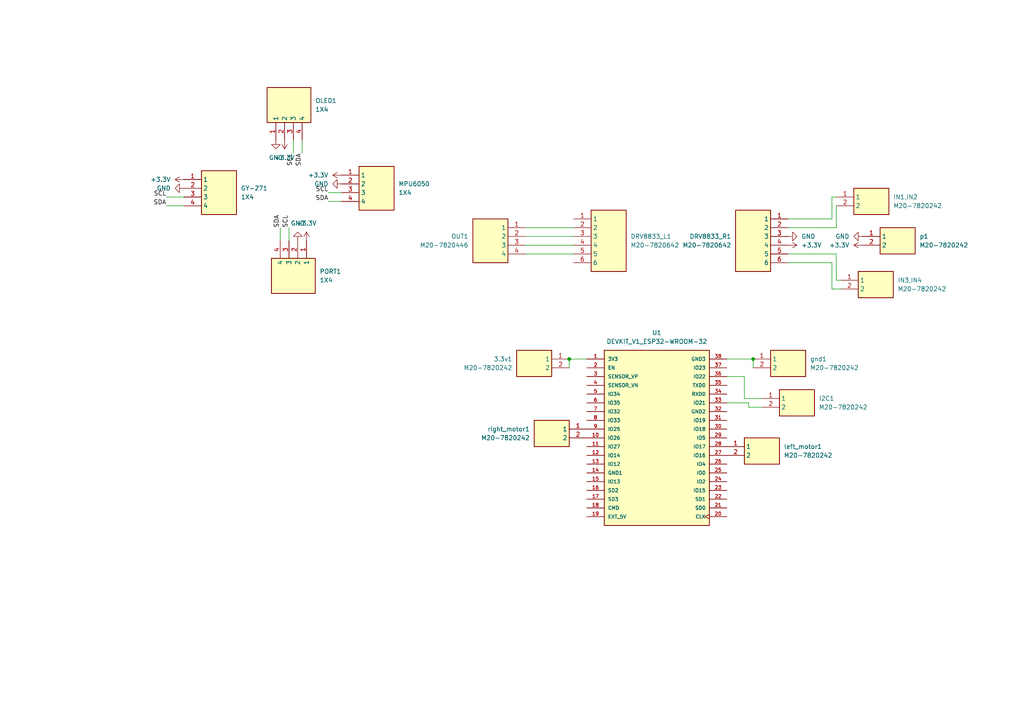
<source format=kicad_sch>
(kicad_sch (version 20231120) (generator "eeschema") (generator_version "8.0")
  (paper "A4")
  (lib_symbols
    (symbol "DEVKIT_V1_ESP32-WROOM-32:DEVKIT_V1_ESP32-WROOM-32" (pin_names (offset 1.016))
      (property "Reference" "U" (at -15.2572 26.0643 0))
      (property "Value" "DEVKIT_V1_ESP32-WROOM-32" (at -15.2563 -27.9698 0))
      (symbol "DEVKIT_V1_ESP32-WROOM-32_0_0"
        (rectangle (start -15.24 -25.4) (end 15.24 25.4) (stroke (width 0.254)) (fill (type background)))
        (pin power_in line (at -20.32 22.86 0) (length 5.08) (name "3V3") (number "1"))
        (pin bidirectional line (at -20.32 0 0) (length 5.08) (name "IO26") (number "10"))
        (pin bidirectional line (at -20.32 -2.54 0) (length 5.08) (name "IO27") (number "11"))
        (pin bidirectional line (at -20.32 -5.08 0) (length 5.08) (name "IO14") (number "12"))
        (pin bidirectional line (at -20.32 -7.62 0) (length 5.08) (name "IO12") (number "13"))
        (pin power_in line (at -20.32 -10.16 0) (length 5.08) (name "GND1") (number "14"))
        (pin bidirectional line (at -20.32 -12.7 0) (length 5.08) (name "IO13") (number "15"))
        (pin bidirectional line (at -20.32 -15.24 0) (length 5.08) (name "SD2") (number "16"))
        (pin bidirectional line (at -20.32 -17.78 0) (length 5.08) (name "SD3") (number "17"))
        (pin bidirectional line (at -20.32 -20.32 0) (length 5.08) (name "CMD") (number "18"))
        (pin power_in line (at -20.32 -22.86 0) (length 5.08) (name "EXT_5V") (number "19"))
        (pin input line (at -20.32 20.32 0) (length 5.08) (name "EN") (number "2"))
        (pin input clock (at 20.32 -22.86 180) (length 5.08) (name "CLK") (number "20"))
        (pin bidirectional line (at 20.32 -20.32 180) (length 5.08) (name "SD0") (number "21"))
        (pin bidirectional line (at 20.32 -17.78 180) (length 5.08) (name "SD1") (number "22"))
        (pin bidirectional line (at 20.32 -15.24 180) (length 5.08) (name "IO15") (number "23"))
        (pin bidirectional line (at 20.32 -12.7 180) (length 5.08) (name "IO2") (number "24"))
        (pin bidirectional line (at 20.32 -10.16 180) (length 5.08) (name "IO0") (number "25"))
        (pin bidirectional line (at 20.32 -7.62 180) (length 5.08) (name "IO4") (number "26"))
        (pin bidirectional line (at 20.32 -5.08 180) (length 5.08) (name "IO16") (number "27"))
        (pin bidirectional line (at 20.32 -2.54 180) (length 5.08) (name "IO17") (number "28"))
        (pin bidirectional line (at 20.32 0 180) (length 5.08) (name "IO5") (number "29"))
        (pin input line (at -20.32 17.78 0) (length 5.08) (name "SENSOR_VP") (number "3"))
        (pin bidirectional line (at 20.32 2.54 180) (length 5.08) (name "IO18") (number "30"))
        (pin bidirectional line (at 20.32 5.08 180) (length 5.08) (name "IO19") (number "31"))
        (pin power_in line (at 20.32 7.62 180) (length 5.08) (name "GND2") (number "32"))
        (pin bidirectional line (at 20.32 10.16 180) (length 5.08) (name "IO21") (number "33"))
        (pin input line (at 20.32 12.7 180) (length 5.08) (name "RXD0") (number "34"))
        (pin output line (at 20.32 15.24 180) (length 5.08) (name "TXD0") (number "35"))
        (pin bidirectional line (at 20.32 17.78 180) (length 5.08) (name "IO22") (number "36"))
        (pin bidirectional line (at 20.32 20.32 180) (length 5.08) (name "IO23") (number "37"))
        (pin power_in line (at 20.32 22.86 180) (length 5.08) (name "GND3") (number "38"))
        (pin input line (at -20.32 15.24 0) (length 5.08) (name "SENSOR_VN") (number "4"))
        (pin bidirectional line (at -20.32 12.7 0) (length 5.08) (name "IO34") (number "5"))
        (pin bidirectional line (at -20.32 10.16 0) (length 5.08) (name "IO35") (number "6"))
        (pin bidirectional line (at -20.32 7.62 0) (length 5.08) (name "IO32") (number "7"))
        (pin bidirectional line (at -20.32 5.08 0) (length 5.08) (name "IO33") (number "8"))
        (pin bidirectional line (at -20.32 2.54 0) (length 5.08) (name "IO25") (number "9"))
      )
    )
    (symbol "female_header_1x2:M20-7820242"
      (property "Reference" "J" (at 16.51 7.62 0))
      (property "Value" "M20-7820242" (at 16.51 5.08 0))
      (symbol "M20-7820242_1_1"
        (rectangle (start 5.08 2.54) (end 15.24 -5.08) (stroke (width 0.254)) (fill (type background)))
        (pin passive line (at 0 0 0) (length 5.08) (name "1") (number "1"))
        (pin passive line (at 0 -2.54 0) (length 5.08) (name "2") (number "2"))
      )
    )
    (symbol "female_header_1x4:M20-7820446"
      (property "Reference" "J" (at 16.51 7.62 0))
      (property "Value" "M20-7820446" (at 16.51 5.08 0))
      (symbol "M20-7820446_1_1"
        (rectangle (start 5.08 2.54) (end 15.24 -10.16) (stroke (width 0.254)) (fill (type background)))
        (pin passive line (at 0 0 0) (length 5.08) (name "1") (number "1"))
        (pin passive line (at 0 -2.54 0) (length 5.08) (name "2") (number "2"))
        (pin passive line (at 0 -5.08 0) (length 5.08) (name "3") (number "3"))
        (pin passive line (at 0 -7.62 0) (length 5.08) (name "4") (number "4"))
      )
    )
    (symbol "female_header_1x6:M20-7820642"
      (property "Reference" "J" (at 16.51 7.62 0))
      (property "Value" "M20-7820642" (at 16.51 5.08 0))
      (symbol "M20-7820642_1_1"
        (rectangle (start 5.08 2.54) (end 15.24 -15.24) (stroke (width 0.254)) (fill (type background)))
        (pin passive line (at 0 0 0) (length 5.08) (name "1") (number "1"))
        (pin passive line (at 0 -2.54 0) (length 5.08) (name "2") (number "2"))
        (pin passive line (at 0 -5.08 0) (length 5.08) (name "3") (number "3"))
        (pin passive line (at 0 -7.62 0) (length 5.08) (name "4") (number "4"))
        (pin passive line (at 0 -10.16 0) (length 5.08) (name "5") (number "5"))
        (pin passive line (at 0 -12.7 0) (length 5.08) (name "6") (number "6"))
      )
    )
    (symbol "power:+3.3V" (power) (pin_numbers hide) (pin_names (offset 0) hide)
      (property "Value" "+3.3V" (at 0 3.556 0))
      (symbol "+3.3V_0_1"
        (polyline (pts (xy -0.762 1.27) (xy 0 2.54)))
        (polyline (pts (xy 0 0) (xy 0 2.54)))
        (polyline (pts (xy 0 2.54) (xy 0.762 1.27)))
      )
      (symbol "+3.3V_1_1"
        (pin power_in line (at 0 0 90) (length 0) (name "~") (number "1"))
      )
    )
    (symbol "power:GND" (power) (pin_numbers hide) (pin_names (offset 0) hide)
      (property "Value" "GND" (at 0 -3.81 0))
      (symbol "GND_0_1"
        (polyline (pts (xy 0 0) (xy 0 -1.27) (xy 1.27 -1.27) (xy 0 -2.54) (xy -1.27 -1.27) (xy 0 -1.27)))
      )
      (symbol "GND_1_1"
        (pin power_in line (at 0 0 270) (length 0) (name "~") (number "1"))
      )
    )
  )
  (junction (at 218.44 104.14))
  (junction (at 165.1 104.14))
  (wire (pts (xy 241.3 83.82) (xy 243.84 83.82)))
  (wire (pts (xy 242.57 81.28) (xy 242.57 73.66)))
  (wire (pts (xy 48.26 57.15) (xy 53.34 57.15)))
  (wire (pts (xy 152.4 66.04) (xy 166.37 66.04)))
  (wire (pts (xy 210.82 109.22) (xy 215.9 109.22)))
  (wire (pts (xy 241.3 63.5) (xy 228.6 63.5)))
  (wire (pts (xy 242.57 59.69) (xy 242.57 66.04)))
  (wire (pts (xy 85.09 40.64) (xy 85.09 44.45)))
  (wire (pts (xy 217.17 116.84) (xy 210.82 116.84)))
  (wire (pts (xy 220.98 118.11) (xy 217.17 118.11)))
  (wire (pts (xy 242.57 66.04) (xy 228.6 66.04)))
  (wire (pts (xy 152.4 73.66) (xy 166.37 73.66)))
  (wire (pts (xy 242.57 73.66) (xy 228.6 73.66)))
  (wire (pts (xy 83.82 66.04) (xy 83.82 69.85)))
  (wire (pts (xy 241.3 57.15) (xy 242.57 57.15)))
  (wire (pts (xy 241.3 76.2) (xy 241.3 83.82)))
  (wire (pts (xy 210.82 104.14) (xy 218.44 104.14)))
  (wire (pts (xy 217.17 118.11) (xy 217.17 116.84)))
  (wire (pts (xy 152.4 68.58) (xy 166.37 68.58)))
  (wire (pts (xy 215.9 109.22) (xy 215.9 115.57)))
  (wire (pts (xy 242.57 81.28) (xy 243.84 81.28)))
  (wire (pts (xy 241.3 76.2) (xy 228.6 76.2)))
  (wire (pts (xy 95.25 58.42) (xy 99.06 58.42)))
  (wire (pts (xy 165.1 104.14) (xy 165.1 106.68)))
  (wire (pts (xy 87.63 40.64) (xy 87.63 44.45)))
  (wire (pts (xy 152.4 71.12) (xy 166.37 71.12)))
  (wire (pts (xy 95.25 55.88) (xy 99.06 55.88)))
  (wire (pts (xy 215.9 115.57) (xy 220.98 115.57)))
  (wire (pts (xy 48.26 59.69) (xy 53.34 59.69)))
  (wire (pts (xy 218.44 104.14) (xy 218.44 106.68)))
  (wire (pts (xy 81.28 66.04) (xy 81.28 69.85)))
  (wire (pts (xy 165.1 104.14) (xy 170.18 104.14)))
  (wire (pts (xy 241.3 57.15) (xy 241.3 63.5)))
  (label "SCL" (at 95.25 55.88 180))
  (label "SCL" (at 48.26 57.15 180))
  (label "SDA" (at 87.63 44.45 270))
  (label "SDA" (at 48.26 59.69 180))
  (label "SCL" (at 83.82 66.04 90))
  (label "SDA" (at 81.28 66.04 90))
  (label "SCL" (at 85.09 44.45 270))
  (label "SDA" (at 95.25 58.42 180))
  (symbol (lib_id "female_header_1x2:M20-7820242") (at 165.1 104.14 0) (mirror y) (unit 1)
    (property "Reference" "3.3v1" (at 148.59 104.1399 0) (effects (justify left)))
    (property "Value" "M20-7820242" (at 148.59 106.6799 0) (effects (justify left)))
    (property "Footprint" "female_header_1x2:female_header_1x2" (effects (hide yes)))
    (property "Datasheet" "https://cdn.harwin.com/pdfs/M20-782.pdf" (effects (hide yes)))
    (property "Description" "2.54mm (0.1\") Pitch SIL Vertical Throughboard Socket Assembly, selective gold + tin, 2 contacts" (effects (hide yes)))
    (property "Height" "8.65" (effects (hide yes)))
    (property "Manufacturer_Name" "Harwin" (effects (hide yes)))
    (property "Manufacturer_Part_Number" "M20-7820242" (effects (hide yes)))
    (property "Mouser Part Number" "855-M20-7820242" (effects (hide yes)))
    (property "Mouser Price/Stock" "https://www.mouser.co.uk/ProductDetail/Harwin/M20-7820242?qs=WS5Jv%252B%252Bx1qUrSLY%252BudG7mQ%3D%3D" (effects (hide yes)))
  )
  (symbol (lib_id "female_header_1x6:M20-7820642") (at 228.6 63.5 0) (mirror y) (unit 1)
    (property "Reference" "DRV8833_R1" (at 212.09 68.5799 0) (effects (justify left)))
    (property "Value" "M20-7820642" (at 212.09 71.1199 0) (effects (justify left)))
    (property "Footprint" "female_header_1x6:female_header_1x6" (effects (hide yes)))
    (property "Datasheet" "https://cdn.harwin.com/pdfs/M20-782.pdf" (effects (hide yes)))
    (property "Description" "HARWIN - M20-7820642 - Board-To-Board Connector, 2.54 mm, 6 Contacts, Receptacle, M20 Series, Through Hole, 1 Rows" (effects (hide yes)))
    (property "Height" "8.65" (effects (hide yes)))
    (property "Manufacturer_Name" "Harwin" (effects (hide yes)))
    (property "Manufacturer_Part_Number" "M20-7820642" (effects (hide yes)))
    (property "Mouser Part Number" "855-M20-7820642" (effects (hide yes)))
    (property "Mouser Price/Stock" "https://www.mouser.co.uk/ProductDetail/Harwin/M20-7820642?qs=WS5Jv%252B%252Bx1qVj9bOS6VTo9g%3D%3D" (effects (hide yes)))
  )
  (symbol (lib_id "power:+3.3V") (at 88.9 69.85 0) (unit 1)
    (property "Reference" "#PWR05" (effects (hide yes)))
    (property "Value" "+3.3V" (at 88.9 64.77 0))
    (property "Description" "Power symbol creates a global label with name \"+3.3V\"" (effects (hide yes)))
  )
  (symbol (lib_id "power:+3.3V") (at 82.55 40.64 180) (unit 1)
    (property "Reference" "#PWR07" (effects (hide yes)))
    (property "Value" "+3.3V" (at 82.55 45.72 0))
    (property "Description" "Power symbol creates a global label with name \"+3.3V\"" (effects (hide yes)))
  )
  (symbol (lib_id "power:GND") (at 53.34 54.61 270) (unit 1)
    (property "Reference" "#PWR02" (effects (hide yes)))
    (property "Value" "GND" (at 49.53 54.6099 90) (effects (justify right)))
    (property "Description" "Power symbol creates a global label with name \"GND\" , ground" (effects (hide yes)))
  )
  (symbol (lib_id "female_header_1x4:M20-7820446") (at 88.9 69.85 270) (unit 1)
    (property "Reference" "PORT1" (at 92.71 78.7399 90) (effects (justify left)))
    (property "Value" "1X4" (at 92.71 81.2799 90) (effects (justify left)))
    (property "Footprint" "female_header:RHDR4W70P0X254_1X4_1056X250X865P" (effects (hide yes)))
    (property "Datasheet" "https://cdn.harwin.com/pdfs/M20-782.pdf" (effects (hide yes)))
    (property "Description" "M20 Socket, Sil, Vertical, 4W,2.54Mm HARWIN 2.54mm 4 Way 1 Row Straight PCB Socket Through Hole Socket Strip" (effects (hide yes)))
    (property "Height" "8.65" (effects (hide yes)))
    (property "Mouser Part Number" "855-M20-7820446" (effects (hide yes)))
    (property "Mouser Price/Stock" "https://www.mouser.co.uk/ProductDetail/Harwin/M20-7820446?qs=vF78I%252BjhbY8%252Bno0H8mp9XA%3D%3D" (effects (hide yes)))
    (property "Manufacturer_Name" "Harwin" (effects (hide yes)))
    (property "Manufacturer_Part_Number" "M20-7820446" (effects (hide yes)))
  )
  (symbol (lib_id "female_header_1x2:M20-7820242") (at 220.98 115.57 0) (unit 1)
    (property "Reference" "I2C1" (at 237.49 115.5699 0) (effects (justify left)))
    (property "Value" "M20-7820242" (at 237.49 118.1099 0) (effects (justify left)))
    (property "Footprint" "female_header_1x2:female_header_1x2" (effects (hide yes)))
    (property "Datasheet" "https://cdn.harwin.com/pdfs/M20-782.pdf" (effects (hide yes)))
    (property "Description" "2.54mm (0.1\") Pitch SIL Vertical Throughboard Socket Assembly, selective gold + tin, 2 contacts" (effects (hide yes)))
    (property "Height" "8.65" (effects (hide yes)))
    (property "Manufacturer_Name" "Harwin" (effects (hide yes)))
    (property "Manufacturer_Part_Number" "M20-7820242" (effects (hide yes)))
    (property "Mouser Part Number" "855-M20-7820242" (effects (hide yes)))
    (property "Mouser Price/Stock" "https://www.mouser.co.uk/ProductDetail/Harwin/M20-7820242?qs=WS5Jv%252B%252Bx1qUrSLY%252BudG7mQ%3D%3D" (effects (hide yes)))
  )
  (symbol (lib_id "female_header_1x2:M20-7820242") (at 242.57 57.15 0) (unit 1)
    (property "Reference" "IN1,IN2" (at 259.08 57.1499 0) (effects (justify left)))
    (property "Value" "M20-7820242" (at 259.08 59.6899 0) (effects (justify left)))
    (property "Footprint" "female_header_1x2:female_header_1x2" (effects (hide yes)))
    (property "Datasheet" "https://cdn.harwin.com/pdfs/M20-782.pdf" (effects (hide yes)))
    (property "Description" "2.54mm (0.1\") Pitch SIL Vertical Throughboard Socket Assembly, selective gold + tin, 2 contacts" (effects (hide yes)))
    (property "Height" "8.65" (effects (hide yes)))
    (property "Manufacturer_Name" "Harwin" (effects (hide yes)))
    (property "Manufacturer_Part_Number" "M20-7820242" (effects (hide yes)))
    (property "Mouser Part Number" "855-M20-7820242" (effects (hide yes)))
    (property "Mouser Price/Stock" "https://www.mouser.co.uk/ProductDetail/Harwin/M20-7820242?qs=WS5Jv%252B%252Bx1qUrSLY%252BudG7mQ%3D%3D" (effects (hide yes)))
  )
  (symbol (lib_id "female_header_1x4:M20-7820446") (at 80.01 40.64 90) (unit 1)
    (property "Reference" "OLED1" (at 91.44 29.2099 90) (effects (justify right)))
    (property "Value" "1X4" (at 91.44 31.7499 90) (effects (justify right)))
    (property "Footprint" "female_header:RHDR4W70P0X254_1X4_1056X250X865P" (effects (hide yes)))
    (property "Datasheet" "https://cdn.harwin.com/pdfs/M20-782.pdf" (effects (hide yes)))
    (property "Description" "M20 Socket, Sil, Vertical, 4W,2.54Mm HARWIN 2.54mm 4 Way 1 Row Straight PCB Socket Through Hole Socket Strip" (effects (hide yes)))
    (property "Height" "8.65" (effects (hide yes)))
    (property "Mouser Part Number" "855-M20-7820446" (effects (hide yes)))
    (property "Mouser Price/Stock" "https://www.mouser.co.uk/ProductDetail/Harwin/M20-7820446?qs=vF78I%252BjhbY8%252Bno0H8mp9XA%3D%3D" (effects (hide yes)))
    (property "Manufacturer_Name" "Harwin" (effects (hide yes)))
    (property "Manufacturer_Part_Number" "M20-7820446" (effects (hide yes)))
  )
  (symbol (lib_id "female_header_1x2:M20-7820242") (at 170.18 124.46 0) (mirror y) (unit 1)
    (property "Reference" "right_motor1" (at 153.67 124.4599 0) (effects (justify left)))
    (property "Value" "M20-7820242" (at 153.67 126.9999 0) (effects (justify left)))
    (property "Footprint" "female_header_1x2:female_header_1x2" (effects (hide yes)))
    (property "Datasheet" "https://cdn.harwin.com/pdfs/M20-782.pdf" (effects (hide yes)))
    (property "Description" "2.54mm (0.1\") Pitch SIL Vertical Throughboard Socket Assembly, selective gold + tin, 2 contacts" (effects (hide yes)))
    (property "Height" "8.65" (effects (hide yes)))
    (property "Manufacturer_Name" "Harwin" (effects (hide yes)))
    (property "Manufacturer_Part_Number" "M20-7820242" (effects (hide yes)))
    (property "Mouser Part Number" "855-M20-7820242" (effects (hide yes)))
    (property "Mouser Price/Stock" "https://www.mouser.co.uk/ProductDetail/Harwin/M20-7820242?qs=WS5Jv%252B%252Bx1qUrSLY%252BudG7mQ%3D%3D" (effects (hide yes)))
  )
  (symbol (lib_id "power:+3.3V") (at 250.19 71.12 90) (unit 1)
    (property "Reference" "#PWR012" (effects (hide yes)))
    (property "Value" "+3.3V" (at 246.38 71.1199 90) (effects (justify left)))
    (property "Description" "Power symbol creates a global label with name \"+3.3V\"" (effects (hide yes)))
  )
  (symbol (lib_id "female_header_1x6:M20-7820642") (at 166.37 63.5 0) (unit 1)
    (property "Reference" "DRV8833_L1" (at 182.88 68.5799 0) (effects (justify left)))
    (property "Value" "M20-7820642" (at 182.88 71.1199 0) (effects (justify left)))
    (property "Footprint" "female_header_1x6:female_header_1x6" (effects (hide yes)))
    (property "Datasheet" "https://cdn.harwin.com/pdfs/M20-782.pdf" (effects (hide yes)))
    (property "Description" "HARWIN - M20-7820642 - Board-To-Board Connector, 2.54 mm, 6 Contacts, Receptacle, M20 Series, Through Hole, 1 Rows" (effects (hide yes)))
    (property "Height" "8.65" (effects (hide yes)))
    (property "Manufacturer_Name" "Harwin" (effects (hide yes)))
    (property "Manufacturer_Part_Number" "M20-7820642" (effects (hide yes)))
    (property "Mouser Part Number" "855-M20-7820642" (effects (hide yes)))
    (property "Mouser Price/Stock" "https://www.mouser.co.uk/ProductDetail/Harwin/M20-7820642?qs=WS5Jv%252B%252Bx1qVj9bOS6VTo9g%3D%3D" (effects (hide yes)))
  )
  (symbol (lib_id "power:GND") (at 250.19 68.58 270) (unit 1)
    (property "Reference" "#PWR010" (effects (hide yes)))
    (property "Value" "GND" (at 246.38 68.5799 90) (effects (justify right)))
    (property "Description" "Power symbol creates a global label with name \"GND\" , ground" (effects (hide yes)))
  )
  (symbol (lib_id "power:+3.3V") (at 228.6 71.12 270) (unit 1)
    (property "Reference" "#PWR011" (effects (hide yes)))
    (property "Value" "+3.3V" (at 232.41 71.1199 90) (effects (justify left)))
    (property "Description" "Power symbol creates a global label with name \"+3.3V\"" (effects (hide yes)))
  )
  (symbol (lib_id "female_header_1x2:M20-7820242") (at 250.19 68.58 0) (unit 1)
    (property "Reference" "p1" (at 266.7 68.5799 0) (effects (justify left)))
    (property "Value" "M20-7820242" (at 266.7 71.1199 0) (effects (justify left)))
    (property "Footprint" "female_header_1x2:female_header_1x2" (effects (hide yes)))
    (property "Datasheet" "https://cdn.harwin.com/pdfs/M20-782.pdf" (effects (hide yes)))
    (property "Description" "2.54mm (0.1\") Pitch SIL Vertical Throughboard Socket Assembly, selective gold + tin, 2 contacts" (effects (hide yes)))
    (property "Height" "8.65" (effects (hide yes)))
    (property "Manufacturer_Name" "Harwin" (effects (hide yes)))
    (property "Manufacturer_Part_Number" "M20-7820242" (effects (hide yes)))
    (property "Mouser Part Number" "855-M20-7820242" (effects (hide yes)))
    (property "Mouser Price/Stock" "https://www.mouser.co.uk/ProductDetail/Harwin/M20-7820242?qs=WS5Jv%252B%252Bx1qUrSLY%252BudG7mQ%3D%3D" (effects (hide yes)))
  )
  (symbol (lib_id "female_header_1x2:M20-7820242") (at 218.44 104.14 0) (unit 1)
    (property "Reference" "gnd1" (at 234.95 104.1399 0) (effects (justify left)))
    (property "Value" "M20-7820242" (at 234.95 106.6799 0) (effects (justify left)))
    (property "Footprint" "female_header_1x2:female_header_1x2" (effects (hide yes)))
    (property "Datasheet" "https://cdn.harwin.com/pdfs/M20-782.pdf" (effects (hide yes)))
    (property "Description" "2.54mm (0.1\") Pitch SIL Vertical Throughboard Socket Assembly, selective gold + tin, 2 contacts" (effects (hide yes)))
    (property "Height" "8.65" (effects (hide yes)))
    (property "Manufacturer_Name" "Harwin" (effects (hide yes)))
    (property "Manufacturer_Part_Number" "M20-7820242" (effects (hide yes)))
    (property "Mouser Part Number" "855-M20-7820242" (effects (hide yes)))
    (property "Mouser Price/Stock" "https://www.mouser.co.uk/ProductDetail/Harwin/M20-7820242?qs=WS5Jv%252B%252Bx1qUrSLY%252BudG7mQ%3D%3D" (effects (hide yes)))
  )
  (symbol (lib_id "power:+3.3V") (at 99.06 50.8 90) (unit 1)
    (property "Reference" "#PWR09" (effects (hide yes)))
    (property "Value" "+3.3V" (at 95.25 50.7999 90) (effects (justify left)))
    (property "Description" "Power symbol creates a global label with name \"+3.3V\"" (effects (hide yes)))
  )
  (symbol (lib_id "female_header_1x4:M20-7820446") (at 152.4 66.04 0) (mirror y) (unit 1)
    (property "Reference" "OUT1" (at 135.89 68.5799 0) (effects (justify left)))
    (property "Value" "M20-7820446" (at 135.89 71.1199 0) (effects (justify left)))
    (property "Footprint" "female_header:RHDR4W70P0X254_1X4_1056X250X865P" (effects (hide yes)))
    (property "Datasheet" "https://cdn.harwin.com/pdfs/M20-782.pdf" (effects (hide yes)))
    (property "Description" "M20 Socket, Sil, Vertical, 4W,2.54Mm HARWIN 2.54mm 4 Way 1 Row Straight PCB Socket Through Hole Socket Strip" (effects (hide yes)))
    (property "Height" "8.65" (effects (hide yes)))
    (property "Mouser Part Number" "855-M20-7820446" (effects (hide yes)))
    (property "Mouser Price/Stock" "https://www.mouser.co.uk/ProductDetail/Harwin/M20-7820446?qs=vF78I%252BjhbY8%252Bno0H8mp9XA%3D%3D" (effects (hide yes)))
    (property "Manufacturer_Name" "Harwin" (effects (hide yes)))
    (property "Manufacturer_Part_Number" "M20-7820446" (effects (hide yes)))
  )
  (symbol (lib_id "power:+3.3V") (at 53.34 52.07 90) (unit 1)
    (property "Reference" "#PWR06" (effects (hide yes)))
    (property "Value" "+3.3V" (at 49.53 52.0699 90) (effects (justify left)))
    (property "Description" "Power symbol creates a global label with name \"+3.3V\"" (effects (hide yes)))
  )
  (symbol (lib_id "power:GND") (at 99.06 53.34 270) (unit 1)
    (property "Reference" "#PWR03" (effects (hide yes)))
    (property "Value" "GND" (at 95.25 53.3399 90) (effects (justify right)))
    (property "Description" "Power symbol creates a global label with name \"GND\" , ground" (effects (hide yes)))
  )
  (symbol (lib_id "power:GND") (at 86.36 69.85 180) (unit 1)
    (property "Reference" "#PWR04" (effects (hide yes)))
    (property "Value" "GND" (at 86.36 64.77 0))
    (property "Description" "Power symbol creates a global label with name \"GND\" , ground" (effects (hide yes)))
  )
  (symbol (lib_id "power:GND") (at 228.6 68.58 90) (unit 1)
    (property "Reference" "#PWR08" (effects (hide yes)))
    (property "Value" "GND" (at 232.41 68.5799 90) (effects (justify right)))
    (property "Description" "Power symbol creates a global label with name \"GND\" , ground" (effects (hide yes)))
  )
  (symbol (lib_id "female_header_1x4:M20-7820446") (at 53.34 52.07 0) (unit 1)
    (property "Reference" "GY-271" (at 69.85 54.6099 0) (effects (justify left)))
    (property "Value" "1X4" (at 69.85 57.1499 0) (effects (justify left)))
    (property "Footprint" "female_header:RHDR4W70P0X254_1X4_1056X250X865P" (effects (hide yes)))
    (property "Datasheet" "https://cdn.harwin.com/pdfs/M20-782.pdf" (effects (hide yes)))
    (property "Description" "M20 Socket, Sil, Vertical, 4W,2.54Mm HARWIN 2.54mm 4 Way 1 Row Straight PCB Socket Through Hole Socket Strip" (effects (hide yes)))
    (property "Height" "8.65" (effects (hide yes)))
    (property "Mouser Part Number" "855-M20-7820446" (effects (hide yes)))
    (property "Mouser Price/Stock" "https://www.mouser.co.uk/ProductDetail/Harwin/M20-7820446?qs=vF78I%252BjhbY8%252Bno0H8mp9XA%3D%3D" (effects (hide yes)))
    (property "Manufacturer_Name" "Harwin" (effects (hide yes)))
    (property "Manufacturer_Part_Number" "M20-7820446" (effects (hide yes)))
  )
  (symbol (lib_id "female_header_1x2:M20-7820242") (at 243.84 81.28 0) (unit 1)
    (property "Reference" "IN3,IN4" (at 260.35 81.2799 0) (effects (justify left)))
    (property "Value" "M20-7820242" (at 260.35 83.8199 0) (effects (justify left)))
    (property "Footprint" "female_header_1x2:female_header_1x2" (effects (hide yes)))
    (property "Datasheet" "https://cdn.harwin.com/pdfs/M20-782.pdf" (effects (hide yes)))
    (property "Description" "2.54mm (0.1\") Pitch SIL Vertical Throughboard Socket Assembly, selective gold + tin, 2 contacts" (effects (hide yes)))
    (property "Height" "8.65" (effects (hide yes)))
    (property "Manufacturer_Name" "Harwin" (effects (hide yes)))
    (property "Manufacturer_Part_Number" "M20-7820242" (effects (hide yes)))
    (property "Mouser Part Number" "855-M20-7820242" (effects (hide yes)))
    (property "Mouser Price/Stock" "https://www.mouser.co.uk/ProductDetail/Harwin/M20-7820242?qs=WS5Jv%252B%252Bx1qUrSLY%252BudG7mQ%3D%3D" (effects (hide yes)))
  )
  (symbol (lib_id "DEVKIT_V1_ESP32-WROOM-32:DEVKIT_V1_ESP32-WROOM-32") (at 190.5 127 0) (unit 1)
    (property "Reference" "U1" (at 190.5 96.52 0))
    (property "Value" "DEVKIT_V1_ESP32-WROOM-32" (at 190.5 99.06 0))
    (property "Footprint" "esp32_38:esp32_38" (effects (hide yes)))
    (property "MF" "Espressif Systems" (effects (hide yes)))
    (property "Description_1" "\n                        \n                            WROOM-32 Development Board ESP32 ESP-32S WiFi Bluetooth Dev Module\n                        \n" (effects (hide yes)))
    (property "Package" "Package" (effects (hide yes)))
    (property "Price" "None" (effects (hide yes)))
    (property "Check_prices" "https://www.snapeda.com/parts/DEVKIT%20V1%20ESP32-WROOM-32/Espressif+Systems/view-part/?ref=eda" (effects (hide yes)))
    (property "STANDARD" "Manufacturer Recommendations" (effects (hide yes)))
    (property "PARTREV" "N/A" (effects (hide yes)))
    (property "SnapEDA_Link" "https://www.snapeda.com/parts/DEVKIT%20V1%20ESP32-WROOM-32/Espressif+Systems/view-part/?ref=snap" (effects (hide yes)))
    (property "MP" "DEVKIT V1 ESP32-WROOM-32" (effects (hide yes)))
    (property "Availability" "Not in stock" (effects (hide yes)))
    (property "MANUFACTURER" "Espressif Systems" (effects (hide yes)))
  )
  (symbol (lib_id "power:GND") (at 80.01 40.64 0) (unit 1)
    (property "Reference" "#PWR01" (effects (hide yes)))
    (property "Value" "GND" (at 80.01 45.72 0))
    (property "Description" "Power symbol creates a global label with name \"GND\" , ground" (effects (hide yes)))
  )
  (symbol (lib_id "female_header_1x4:M20-7820446") (at 99.06 50.8 0) (unit 1)
    (property "Reference" "MPU6050" (at 115.57 53.3399 0) (effects (justify left)))
    (property "Value" "1X4" (at 115.57 55.8799 0) (effects (justify left)))
    (property "Footprint" "female_header:RHDR4W70P0X254_1X4_1056X250X865P" (effects (hide yes)))
    (property "Datasheet" "https://cdn.harwin.com/pdfs/M20-782.pdf" (effects (hide yes)))
    (property "Description" "M20 Socket, Sil, Vertical, 4W,2.54Mm HARWIN 2.54mm 4 Way 1 Row Straight PCB Socket Through Hole Socket Strip" (effects (hide yes)))
    (property "Height" "8.65" (effects (hide yes)))
    (property "Mouser Part Number" "855-M20-7820446" (effects (hide yes)))
    (property "Mouser Price/Stock" "https://www.mouser.co.uk/ProductDetail/Harwin/M20-7820446?qs=vF78I%252BjhbY8%252Bno0H8mp9XA%3D%3D" (effects (hide yes)))
    (property "Manufacturer_Name" "Harwin" (effects (hide yes)))
    (property "Manufacturer_Part_Number" "M20-7820446" (effects (hide yes)))
  )
  (symbol (lib_id "female_header_1x2:M20-7820242") (at 210.82 129.54 0) (unit 1)
    (property "Reference" "left_motor1" (at 227.33 129.5399 0) (effects (justify left)))
    (property "Value" "M20-7820242" (at 227.33 132.0799 0) (effects (justify left)))
    (property "Footprint" "female_header_1x2:female_header_1x2" (effects (hide yes)))
    (property "Datasheet" "https://cdn.harwin.com/pdfs/M20-782.pdf" (effects (hide yes)))
    (property "Description" "2.54mm (0.1\") Pitch SIL Vertical Throughboard Socket Assembly, selective gold + tin, 2 contacts" (effects (hide yes)))
    (property "Height" "8.65" (effects (hide yes)))
    (property "Manufacturer_Name" "Harwin" (effects (hide yes)))
    (property "Manufacturer_Part_Number" "M20-7820242" (effects (hide yes)))
    (property "Mouser Part Number" "855-M20-7820242" (effects (hide yes)))
    (property "Mouser Price/Stock" "https://www.mouser.co.uk/ProductDetail/Harwin/M20-7820242?qs=WS5Jv%252B%252Bx1qUrSLY%252BudG7mQ%3D%3D" (effects (hide yes)))
  )
)
</source>
